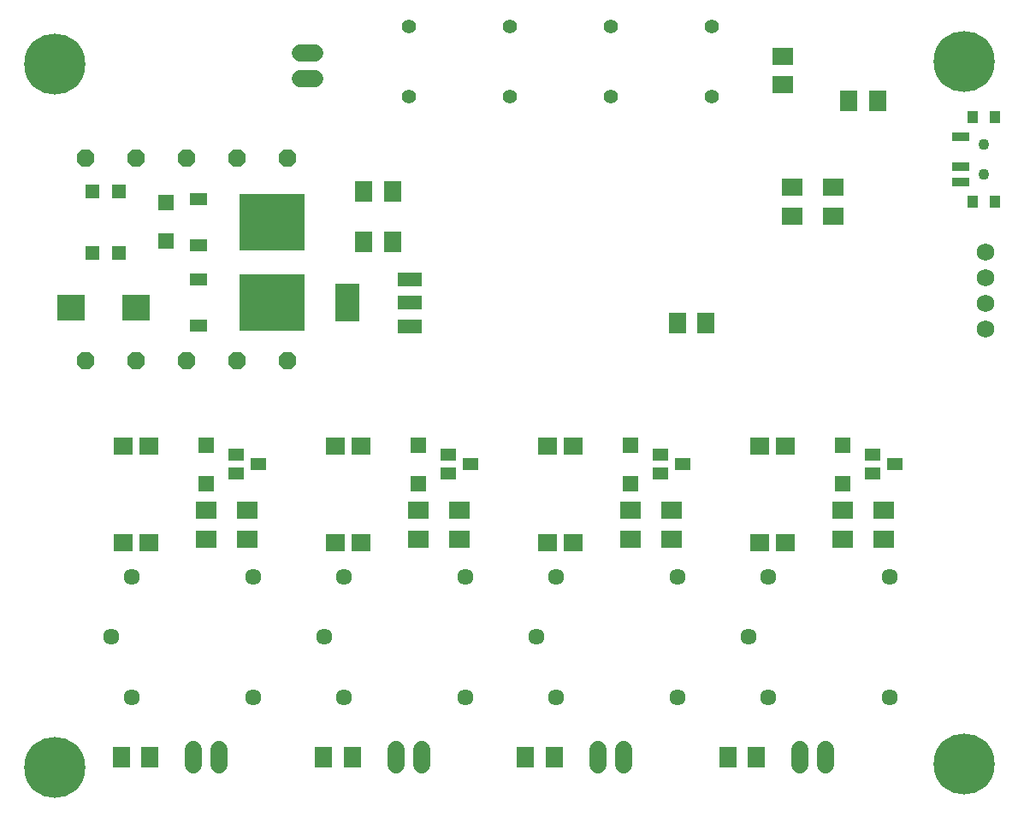
<source format=gbr>
G04 EAGLE Gerber RS-274X export*
G75*
%MOMM*%
%FSLAX34Y34*%
%LPD*%
%INSoldermask Bottom*%
%IPPOS*%
%AMOC8*
5,1,8,0,0,1.08239X$1,22.5*%
G01*
%ADD10P,1.852186X8X22.500000*%
%ADD11R,1.403200X1.403200*%
%ADD12R,2.438400X1.422400*%
%ADD13R,2.403200X3.803200*%
%ADD14R,1.803200X2.006200*%
%ADD15R,2.006200X1.803200*%
%ADD16R,2.803200X2.603200*%
%ADD17R,6.403200X5.603200*%
%ADD18R,1.803200X1.203200*%
%ADD19R,1.603200X1.603200*%
%ADD20C,1.611200*%
%ADD21R,1.983200X1.753200*%
%ADD22C,1.711200*%
%ADD23R,1.603200X1.203200*%
%ADD24C,1.727200*%
%ADD25R,1.003200X1.203200*%
%ADD26R,1.703200X0.903200*%
%ADD27C,1.103200*%
%ADD28C,6.045200*%
%ADD29C,1.403200*%


D10*
X80000Y453000D03*
X280000Y453000D03*
X280000Y653000D03*
X230000Y653000D03*
X130000Y653000D03*
X80000Y653000D03*
X180000Y653000D03*
X130000Y453000D03*
X180000Y453000D03*
X230000Y453000D03*
D11*
X87000Y559500D03*
X113000Y559500D03*
X113000Y620500D03*
X87000Y620500D03*
D12*
X400988Y533114D03*
X400988Y510000D03*
X400988Y486886D03*
D13*
X339010Y510000D03*
D14*
X384220Y620000D03*
X355780Y620000D03*
D15*
X820000Y624220D03*
X820000Y595780D03*
D16*
X130000Y505000D03*
X66000Y505000D03*
D14*
X384220Y570000D03*
X355780Y570000D03*
D15*
X780000Y624220D03*
X780000Y595780D03*
X770000Y725780D03*
X770000Y754220D03*
D17*
X265000Y510000D03*
D18*
X192000Y487200D03*
X192000Y532800D03*
D19*
X160000Y609000D03*
X160000Y571000D03*
D14*
X864220Y710000D03*
X835780Y710000D03*
D17*
X265000Y590000D03*
D18*
X192000Y567200D03*
X192000Y612800D03*
D20*
X246100Y118800D03*
X126100Y238800D03*
X106100Y178800D03*
X246100Y238800D03*
X126100Y118800D03*
X456100Y118800D03*
X336100Y238800D03*
X316100Y178800D03*
X456100Y238800D03*
X336100Y118800D03*
X666100Y118800D03*
X546100Y238800D03*
X526100Y178800D03*
X666100Y238800D03*
X546100Y118800D03*
X876100Y118800D03*
X756100Y238800D03*
X736100Y178800D03*
X876100Y238800D03*
X756100Y118800D03*
D21*
X117300Y367700D03*
X142700Y367700D03*
X142700Y272300D03*
X117300Y272300D03*
D22*
X187300Y67540D02*
X187300Y52460D01*
X212700Y52460D02*
X212700Y67540D01*
X387300Y67540D02*
X387300Y52460D01*
X412700Y52460D02*
X412700Y67540D01*
X587300Y67540D02*
X587300Y52460D01*
X612700Y52460D02*
X612700Y67540D01*
X787300Y67540D02*
X787300Y52460D01*
X812700Y52460D02*
X812700Y67540D01*
D23*
X251000Y350000D03*
X229000Y359500D03*
X229000Y340500D03*
D19*
X200000Y331000D03*
X200000Y369000D03*
D15*
X200000Y275780D03*
X200000Y304220D03*
D21*
X327300Y367700D03*
X352700Y367700D03*
X352700Y272300D03*
X327300Y272300D03*
D23*
X461000Y350000D03*
X439000Y359500D03*
X439000Y340500D03*
D19*
X410000Y331000D03*
X410000Y369000D03*
D15*
X410000Y275780D03*
X410000Y304220D03*
D21*
X537300Y367700D03*
X562700Y367700D03*
X562700Y272300D03*
X537300Y272300D03*
D23*
X671000Y350000D03*
X649000Y359500D03*
X649000Y340500D03*
D19*
X620000Y331000D03*
X620000Y369000D03*
D15*
X620000Y275780D03*
X620000Y304220D03*
D21*
X747300Y367700D03*
X772700Y367700D03*
X772700Y272300D03*
X747300Y272300D03*
D23*
X881000Y350000D03*
X859000Y359500D03*
X859000Y340500D03*
D19*
X830000Y331000D03*
X830000Y369000D03*
D15*
X830000Y275780D03*
X830000Y304220D03*
X240000Y275780D03*
X240000Y304220D03*
X450000Y275780D03*
X450000Y304220D03*
X660000Y275780D03*
X660000Y304220D03*
X870000Y275780D03*
X870000Y304220D03*
D24*
X971000Y483900D03*
X971000Y509300D03*
X971000Y534700D03*
X971000Y560100D03*
D14*
X665780Y490000D03*
X694220Y490000D03*
D25*
X958000Y693500D03*
X980000Y693500D03*
X980000Y610500D03*
X958000Y610500D03*
D26*
X946500Y674500D03*
X946500Y644500D03*
X946500Y629500D03*
D27*
X969000Y667000D03*
X969000Y637000D03*
D28*
X50000Y50000D03*
X950000Y53000D03*
X50000Y746000D03*
X950000Y749000D03*
D22*
X307540Y732300D02*
X292460Y732300D01*
X292460Y757700D02*
X307540Y757700D01*
D29*
X700000Y784000D03*
X700000Y714000D03*
X600000Y784000D03*
X600000Y714000D03*
X500000Y784000D03*
X500000Y714000D03*
X400000Y784000D03*
X400000Y714000D03*
D14*
X144220Y60000D03*
X115780Y60000D03*
X344220Y60000D03*
X315780Y60000D03*
X544220Y60000D03*
X515780Y60000D03*
X744220Y60000D03*
X715780Y60000D03*
M02*

</source>
